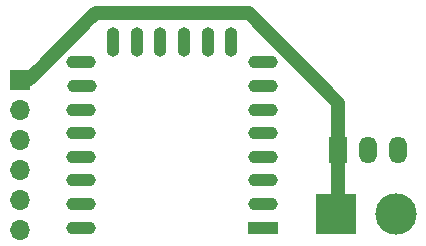
<source format=gbr>
G04 #@! TF.GenerationSoftware,KiCad,Pcbnew,(5.1.5)-3*
G04 #@! TF.CreationDate,2020-04-12T01:01:47+02:00*
G04 #@! TF.ProjectId,schinkli_brain,73636869-6e6b-46c6-995f-627261696e2e,rev?*
G04 #@! TF.SameCoordinates,Original*
G04 #@! TF.FileFunction,Copper,L2,Bot*
G04 #@! TF.FilePolarity,Positive*
%FSLAX46Y46*%
G04 Gerber Fmt 4.6, Leading zero omitted, Abs format (unit mm)*
G04 Created by KiCad (PCBNEW (5.1.5)-3) date 2020-04-12 01:01:47*
%MOMM*%
%LPD*%
G04 APERTURE LIST*
%ADD10O,1.700000X1.700000*%
%ADD11R,1.700000X1.700000*%
%ADD12C,3.500120*%
%ADD13R,3.500120X3.500120*%
%ADD14O,1.100000X2.500000*%
%ADD15O,2.500000X1.100000*%
%ADD16R,2.500000X1.100000*%
%ADD17O,1.500000X2.300000*%
%ADD18R,1.500000X2.300000*%
%ADD19C,1.200000*%
G04 APERTURE END LIST*
D10*
X53500000Y-121200000D03*
X53500000Y-118660000D03*
X53500000Y-116120000D03*
X53500000Y-113580000D03*
X53500000Y-111040000D03*
D11*
X53500000Y-108500000D03*
D12*
X85280000Y-119800000D03*
D13*
X80200000Y-119800000D03*
D14*
X61378000Y-105300000D03*
X63378000Y-105300000D03*
X65378000Y-105300000D03*
X67378000Y-105300000D03*
X69378000Y-105300000D03*
X71378000Y-105300000D03*
D15*
X58668000Y-121000000D03*
X58668000Y-119000000D03*
X58668000Y-117000000D03*
X58668000Y-115000000D03*
X58668000Y-113000000D03*
X58668000Y-111000000D03*
X58768000Y-109000000D03*
X58668000Y-107000000D03*
X74068000Y-107000000D03*
X74068000Y-109000000D03*
X74068000Y-111000000D03*
X74068000Y-113000000D03*
X74068000Y-115000000D03*
X74068000Y-117000000D03*
X74068000Y-119000000D03*
D16*
X74068000Y-121000000D03*
D17*
X85480000Y-114400000D03*
X82940000Y-114400000D03*
D18*
X80400000Y-114400000D03*
D19*
X80400000Y-119600000D02*
X80200000Y-119800000D01*
X80400000Y-114400000D02*
X80400000Y-119600000D01*
X80400000Y-110414000D02*
X80400000Y-112050000D01*
X59906000Y-102794000D02*
X72860000Y-102794000D01*
X80400000Y-112050000D02*
X80400000Y-114400000D01*
X72860000Y-102794000D02*
X80400000Y-110414000D01*
X59450010Y-103249990D02*
X59906000Y-102794000D01*
X54200000Y-108500000D02*
X55140808Y-107559192D01*
X55140808Y-107549990D02*
X59440808Y-103249990D01*
X53500000Y-108500000D02*
X54200000Y-108500000D01*
X59440808Y-103249990D02*
X59450010Y-103249990D01*
X55140808Y-107559192D02*
X55140808Y-107549990D01*
M02*

</source>
